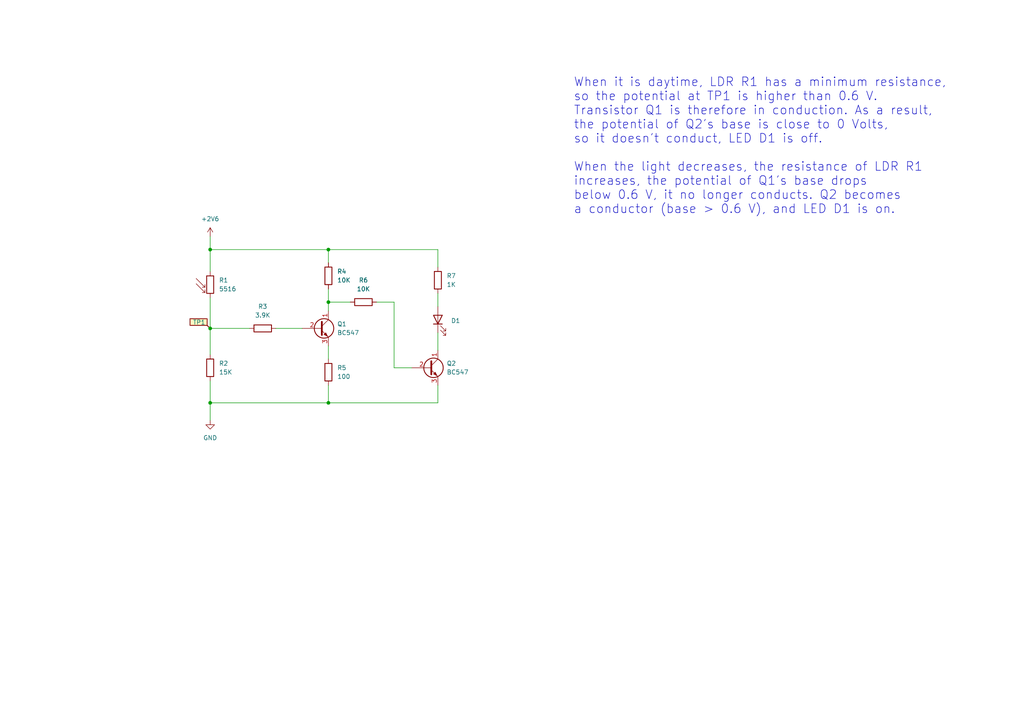
<source format=kicad_sch>
(kicad_sch (version 20211123) (generator eeschema)
  (paper "A4")
  (title_block (title "Twilight switch") (date "2023-02-04") (rev "1.0") (company "Cool Inc."))
  (lib_symbols
    (symbol "Connector:TestPoint_Flag" (pin_numbers hide) (pin_names (offset 0.762) hide)
      (property "Reference" "TP" (at 3.429 1.778 0))
      (property "Value" "TestPoint_Flag" (at 3.302 4.191 0))
      (symbol "TestPoint_Flag_0_1"
        (polyline (pts (xy 0 0) (xy 0.889 0.889)) (stroke (width 0.254)))
        (rectangle (start 0.889 2.794) (end 5.842 0.889) (stroke (width 0.254)) (fill (type background)))
      )
      (symbol "TestPoint_Flag_1_1"
        (pin passive line (at 0 0 90) (length 0) (name "1") (number "1"))
      )
    )
    (symbol "Device:LED" (pin_numbers hide) (pin_names (offset 1.016) hide)
      (property "Reference" "D" (at 0 2.54 0))
      (property "Value" "LED" (at 0 -2.54 0))
      (symbol "LED_0_1"
        (polyline (pts (xy -1.27 -1.27) (xy -1.27 1.27)) (stroke (width 0.254)))
        (polyline (pts (xy -1.27 0) (xy 1.27 0)))
        (polyline (pts (xy 1.27 -1.27) (xy 1.27 1.27) (xy -1.27 0) (xy 1.27 -1.27)) (stroke (width 0.254)))
        (polyline (pts (xy -3.048 -0.762) (xy -4.572 -2.286) (xy -3.81 -2.286) (xy -4.572 -2.286) (xy -4.572 -1.524)))
        (polyline (pts (xy -1.778 -0.762) (xy -3.302 -2.286) (xy -2.54 -2.286) (xy -3.302 -2.286) (xy -3.302 -1.524)))
      )
      (symbol "LED_1_1"
        (pin passive line (at -3.81 0 0) (length 2.54) (name "K") (number "1"))
        (pin passive line (at 3.81 0 180) (length 2.54) (name "A") (number "2"))
      )
    )
    (symbol "Device:Q_NPN_CBE" (pin_names (offset 0) hide)
      (property "Reference" "Q" (at 5.08 1.27 0))
      (property "Value" "Q_NPN_CBE" (at 5.08 -1.27 0))
      (symbol "Q_NPN_CBE_0_1"
        (polyline (pts (xy 0.635 0.635) (xy 2.54 2.54)))
        (polyline (pts (xy 0.635 -0.635) (xy 2.54 -2.54) (xy 2.54 -2.54)))
        (polyline (pts (xy 0.635 1.905) (xy 0.635 -1.905) (xy 0.635 -1.905)) (stroke (width 0.508)))
        (polyline (pts (xy 1.27 -1.778) (xy 1.778 -1.27) (xy 2.286 -2.286) (xy 1.27 -1.778) (xy 1.27 -1.778)) (fill (type outline)))
        (circle (center 1.27 0) (radius 2.8194) (stroke (width 0.254)))
      )
      (symbol "Q_NPN_CBE_1_1"
        (pin passive line (at 2.54 5.08 270) (length 2.54) (name "C") (number "1"))
        (pin input line (at -5.08 0 0) (length 5.715) (name "B") (number "2"))
        (pin passive line (at 2.54 -5.08 90) (length 2.54) (name "E") (number "3"))
      )
    )
    (symbol "Device:R" (pin_numbers hide) (pin_names (offset 0))
      (property "Reference" "R" (at 2.032 0 90))
      (property "Value" "R" (at 0 0 90))
      (symbol "R_0_1"
        (rectangle (start -1.016 -2.54) (end 1.016 2.54) (stroke (width 0.254)))
      )
      (symbol "R_1_1"
        (pin passive line (at 0 3.81 270) (length 1.27) (name "~") (number "1"))
        (pin passive line (at 0 -3.81 90) (length 1.27) (name "~") (number "2"))
      )
    )
    (symbol "Device:R_Photo" (pin_numbers hide) (pin_names (offset 0))
      (property "Reference" "R" (at 1.27 1.27 0))
      (property "Value" "R_Photo" (at 1.27 0 0))
      (symbol "R_Photo_0_1"
        (rectangle (start -1.016 2.54) (end 1.016 -2.54) (stroke (width 0.254)))
        (polyline (pts (xy -1.524 -2.286) (xy -4.064 0.254)))
        (polyline (pts (xy -1.524 -2.286) (xy -2.286 -2.286)))
        (polyline (pts (xy -1.524 -2.286) (xy -1.524 -1.524)))
        (polyline (pts (xy -1.524 -0.762) (xy -4.064 1.778)))
        (polyline (pts (xy -1.524 -0.762) (xy -2.286 -0.762)))
        (polyline (pts (xy -1.524 -0.762) (xy -1.524 0)))
      )
      (symbol "R_Photo_1_1"
        (pin passive line (at 0 3.81 270) (length 1.27) (name "~") (number "1"))
        (pin passive line (at 0 -3.81 90) (length 1.27) (name "~") (number "2"))
      )
    )
    (symbol "Twilight Switch:+2V6" (power) (pin_names (offset 0))
      (property "Value" "+2V6" (at 0 3.556 0))
      (symbol "+2V6_0_1"
        (polyline (pts (xy -0.762 1.27) (xy 0 2.54)))
        (polyline (pts (xy 0 0) (xy 0 2.54)))
        (polyline (pts (xy 0 2.54) (xy 0.762 1.27)))
      )
      (symbol "+2V6_1_1"
        (pin power_in line (at 0 0 90) (length 0) hide (name "+2V6") (number "1"))
      )
    )
    (symbol "power:GND" (power) (pin_names (offset 0))
      (property "Value" "GND" (at 0 -3.81 0))
      (symbol "GND_0_1"
        (polyline (pts (xy 0 0) (xy 0 -1.27) (xy 1.27 -1.27) (xy 0 -2.54) (xy -1.27 -1.27) (xy 0 -1.27)))
      )
      (symbol "GND_1_1"
        (pin power_in line (at 0 0 270) (length 0) hide (name "GND") (number "1"))
      )
    )
  )
  (junction (at 95.25 87.63))
  (junction (at 60.96 72.39))
  (junction (at 60.96 116.84))
  (junction (at 95.25 116.84))
  (junction (at 95.25 72.39))
  (junction (at 60.96 95.25))
  (wire (pts (xy 95.25 100.33) (xy 95.25 104.14)))
  (wire (pts (xy 127 72.39) (xy 95.25 72.39)))
  (wire (pts (xy 114.3 106.68) (xy 119.38 106.68)))
  (wire (pts (xy 60.96 95.25) (xy 72.39 95.25)))
  (wire (pts (xy 95.25 87.63) (xy 95.25 90.17)))
  (wire (pts (xy 60.96 95.25) (xy 60.96 102.87)))
  (wire (pts (xy 95.25 87.63) (xy 101.6 87.63)))
  (wire (pts (xy 127 77.47) (xy 127 72.39)))
  (wire (pts (xy 95.25 116.84) (xy 60.96 116.84)))
  (wire (pts (xy 80.01 95.25) (xy 87.63 95.25)))
  (wire (pts (xy 60.96 72.39) (xy 60.96 78.74)))
  (wire (pts (xy 95.25 72.39) (xy 95.25 76.2)))
  (wire (pts (xy 127 85.09) (xy 127 88.9)))
  (wire (pts (xy 60.96 68.58) (xy 60.96 72.39)))
  (wire (pts (xy 127 116.84) (xy 95.25 116.84)))
  (wire (pts (xy 114.3 87.63) (xy 114.3 106.68)))
  (wire (pts (xy 127 96.52) (xy 127 101.6)))
  (wire (pts (xy 60.96 86.36) (xy 60.96 95.25)))
  (wire (pts (xy 60.96 116.84) (xy 60.96 121.92)))
  (wire (pts (xy 109.22 87.63) (xy 114.3 87.63)))
  (wire (pts (xy 127 111.76) (xy 127 116.84)))
  (wire (pts (xy 95.25 83.82) (xy 95.25 87.63)))
  (wire (pts (xy 95.25 72.39) (xy 60.96 72.39)))
  (wire (pts (xy 60.96 110.49) (xy 60.96 116.84)))
  (wire (pts (xy 95.25 111.76) (xy 95.25 116.84)))
  (text "When it is daytime, LDR R1 has a minimum resistance,\nso the potential at TP1 is higher than 0.6 V.\nTransistor Q1 is therefore in conduction. As a result,\nthe potential of Q2's base is close to 0 Volts,\nso it doesn't conduct, LED D1 is off.\n\nWhen the light decreases, the resistance of LDR R1\nincreases, the potential of Q1's base drops\nbelow 0.6 V, it no longer conducts. Q2 becomes\na conductor (base > 0.6 V), and LED D1 is on." (at 166.37 62.23 0) (effects (font (size 2.54 2.54)) (justify left bottom)))
  (symbol (lib_id "Device:R") (at 127 81.28 0) (unit 1)
    (property "Reference" "R7" (at 129.54 80.0099 0) (effects (justify left)))
    (property "Value" "1K" (at 129.54 82.5499 0) (effects (justify left)))
  )
  (symbol (lib_id "Connector:TestPoint_Flag") (at 60.96 95.25 0) (mirror y) (unit 1)
    (property "Reference" "TP1" (at 55.9193 93.4879 0) (effects (justify right)))
    (property "Value" "TestPoint_Flag" (effects hide))
  )
  (symbol (lib_id "Device:Q_NPN_CBE") (at 92.71 95.25 0) (unit 1)
    (property "Reference" "Q1" (at 97.79 93.9799 0) (effects (justify left)))
    (property "Value" "BC547" (at 97.79 96.5199 0) (effects (justify left)))
  )
  (symbol (lib_id "Device:LED") (at 127 92.71 90) (unit 1)
    (property "Reference" "D1" (at 130.81 93.0274 90) (effects (justify right)))
    (property "Value" "LED" (effects hide))
  )
  (symbol (lib_id "Device:R_Photo") (at 60.96 82.55 0) (unit 1)
    (property "Reference" "R1" (at 63.5 81.2799 0) (effects (justify left)))
    (property "Value" "5516" (at 63.5 83.8199 0) (effects (justify left)))
  )
  (symbol (lib_id "power:GND") (at 60.96 121.92 0) (unit 1)
    (property "Reference" "#PWR02" (effects hide))
    (property "Value" "GND" (at 60.96 127 0))
  )
  (symbol (lib_id "Twilight Switch:+2V6") (at 60.96 68.58 0) (unit 1)
    (property "Reference" "#PWR01" (effects hide))
    (property "Value" "+2V6" (at 60.96 63.5 0))
  )
  (symbol (lib_id "Device:R") (at 95.25 107.95 0) (unit 1)
    (property "Reference" "R5" (at 97.79 106.6799 0) (effects (justify left)))
    (property "Value" "100" (at 97.79 109.2199 0) (effects (justify left)))
  )
  (symbol (lib_id "Device:R") (at 95.25 80.01 0) (unit 1)
    (property "Reference" "R4" (at 97.79 78.7399 0) (effects (justify left)))
    (property "Value" "10K" (at 97.79 81.2799 0) (effects (justify left)))
  )
  (symbol (lib_id "Device:R") (at 105.41 87.63 90) (unit 1)
    (property "Reference" "R6" (at 105.41 81.28 90))
    (property "Value" "10K" (at 105.41 83.82 90))
  )
  (symbol (lib_id "Device:R") (at 60.96 106.68 0) (unit 1)
    (property "Reference" "R2" (at 63.5 105.4099 0) (effects (justify left)))
    (property "Value" "15K" (at 63.5 107.9499 0) (effects (justify left)))
  )
  (symbol (lib_id "Device:Q_NPN_CBE") (at 124.46 106.68 0) (unit 1)
    (property "Reference" "Q2" (at 129.54 105.4099 0) (effects (justify left)))
    (property "Value" "BC547" (at 129.54 107.9499 0) (effects (justify left)))
  )
  (symbol (lib_id "Device:R") (at 76.2 95.25 90) (unit 1)
    (property "Reference" "R3" (at 76.2 88.9 90))
    (property "Value" "3.9K" (at 76.2 91.44 90))
  )
)
</source>
